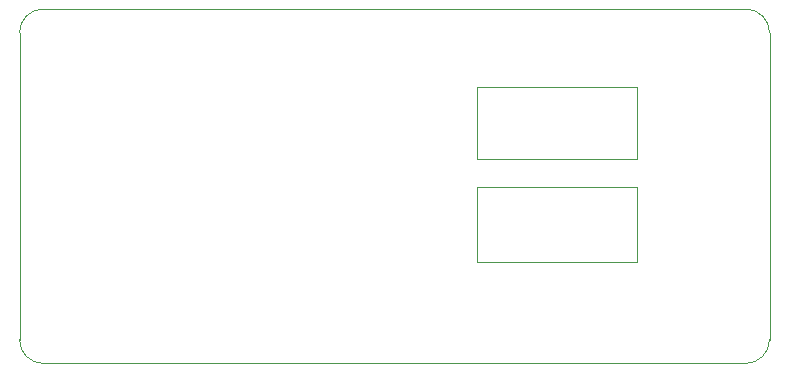
<source format=gbr>
%TF.GenerationSoftware,KiCad,Pcbnew,(7.0.0)*%
%TF.CreationDate,2023-02-18T15:18:28+00:00*%
%TF.ProjectId,frontcase,66726f6e-7463-4617-9365-2e6b69636164,rev?*%
%TF.SameCoordinates,Original*%
%TF.FileFunction,Profile,NP*%
%FSLAX46Y46*%
G04 Gerber Fmt 4.6, Leading zero omitted, Abs format (unit mm)*
G04 Created by KiCad (PCBNEW (7.0.0)) date 2023-02-18 15:18:28*
%MOMM*%
%LPD*%
G01*
G04 APERTURE LIST*
%TA.AperFunction,Profile*%
%ADD10C,0.120000*%
%TD*%
G04 APERTURE END LIST*
D10*
%TO.C,REF\u002A\u002A*%
X112250000Y-109000000D02*
X112250000Y-83000000D01*
X114250000Y-81000000D02*
X173750000Y-81000000D01*
X151000000Y-87560000D02*
X151000000Y-93700000D01*
X151000000Y-87560000D02*
X164500000Y-87560000D01*
X151000000Y-93700000D02*
X164500000Y-93700000D01*
X151000000Y-96100000D02*
X151000000Y-102400000D01*
X151000000Y-96100000D02*
X164500000Y-96100000D01*
X151000000Y-102400000D02*
X164500000Y-102400000D01*
X164500000Y-93700000D02*
X164500000Y-87560000D01*
X164500000Y-96100000D02*
X164500000Y-102400000D01*
X173750000Y-111000000D02*
X114250000Y-111000000D01*
X175750000Y-109000000D02*
X175750000Y-83000000D01*
X114250000Y-81000000D02*
G75*
G03*
X112250000Y-83000000I-1J-1999999D01*
G01*
X112250000Y-109000000D02*
G75*
G03*
X114250000Y-111000000I1999999J-1D01*
G01*
X175750000Y-83000000D02*
G75*
G03*
X173750000Y-81000000I-2000000J0D01*
G01*
X173750000Y-111000000D02*
G75*
G03*
X175750000Y-109000000I0J2000000D01*
G01*
%TD*%
M02*

</source>
